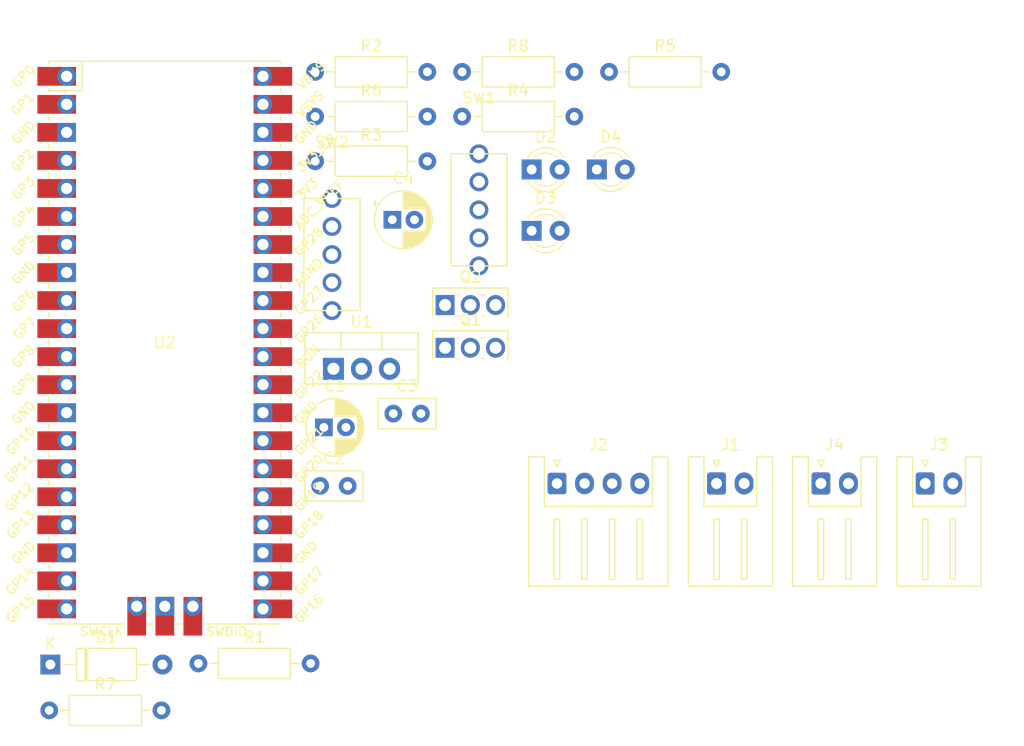
<source format=kicad_pcb>
(kicad_pcb (version 20211014) (generator pcbnew)
  (layers (0 "F.Cu" signal) (31 "B.Cu" signal) (34 "B.Paste" user) (35 "F.Paste" user) (36 "B.SilkS" user "B.Silkscreen") (37 "F.SilkS" user "F.Silkscreen") (38 "B.Mask" user) (39 "F.Mask" user) (44 "Edge.Cuts" user))
  (net 0 "")
  (net 1 "VM")
  (net 2 "GND")
  (net 3 "+5V")
  (net 4 "Net-(D1-Pad1)")
  (net 5 "Net-(D1-Pad2)")
  (net 6 "Net-(D2-Pad1)")
  (net 7 "Net-(D3-Pad1)")
  (net 8 "LED0")
  (net 9 "Net-(D4-Pad1)")
  (net 10 "LED1")
  (net 11 "Net-(Q1-Pad1)")
  (net 12 "+6V")
  (net 13 "Net-(Q2-Pad1)")
  (net 14 "switch0")
  (net 15 "switch1")
  (net 16 "Net-(R4-Pad1)")
  (net 17 "+3.3V")
  (net 20 "PWM_right_1")
  (net 21 "PWM_right_2")
  (net 22 "PWM_left_1")
  (net 23 "PWM_left_2")
  (net 41 "sesor_input0")
  (net 42 "sesor_input1")
  (net 48 "motor_right_1")
  (net 49 "motor_right_2")
  (net 50 "motor_left_1")
  (net 51 "motor_left_2")
  (footprint "RaspberryPi Pico:RPi_Pico_SMD_TH" (layer "F.Cu") (at 79.575225 73.595)
    (fp_text reference "U2" (at 0 0) (layer "F.SilkS"))
    (fp_text value "Pico")
    (fp_text user "GP5" (at -12.8 -8.89 45) (layer "F.SilkS") (effects (font (size 0.8 0.8))))
    (fp_text user "GND" (at 12.8 -19.05 45) (layer "F.SilkS") (effects (font (size 0.8 0.8))))
    (fp_text user "GP3" (at -12.8 -13.97 45) (layer "F.SilkS") (effects (font (size 0.8 0.8))))
    (fp_text user "GP26" (at 13.054 -1.27 45) (layer "F.SilkS") (effects (font (size 0.8 0.8))))
    (fp_text user "GND" (at -12.8 -19.05 45) (layer "F.SilkS") (effects (font (size 0.8 0.8))))
    (fp_text user "GP13" (at -13.054 16.51 45) (layer "F.SilkS") (effects (font (size 0.8 0.8))))
    (fp_text user "GP4" (at -12.8 -11.43 45) (layer "F.SilkS") (effects (font (size 0.8 0.8))))
    (fp_text user "GP14" (at -13.1 21.59 45) (layer "F.SilkS") (effects (font (size 0.8 0.8))))
    (fp_text user "GP12" (at -13.2 13.97 45) (layer "F.SilkS") (effects (font (size 0.8 0.8))))
    (fp_text user "GP0" (at -12.8 -24.13 45) (layer "F.SilkS") (effects (font (size 0.8 0.8))))
    (fp_text user "GP16" (at 13.054 24.13 45) (layer "F.SilkS") (effects (font (size 0.8 0.8))))
    (fp_text user "VBUS" (at 13.3 -24.2 45) (layer "F.SilkS") (effects (font (size 0.8 0.8))))
    (fp_text user "GP21" (at 13.054 8.9 45) (layer "F.SilkS") (effects (font (size 0.8 0.8))))
    (fp_text user "GND" (at -12.8 6.35 45) (layer "F.SilkS") (effects (font (size 0.8 0.8))))
    (fp_text user "GP8" (at -12.8 1.27 45) (layer "F.SilkS") (effects (font (size 0.8 0.8))))
    (fp_text user "VSYS" (at 13.2 -21.59 45) (layer "F.SilkS") (effects (font (size 0.8 0.8))))
    (fp_text user "GP10" (at -13.054 8.89 45) (layer "F.SilkS") (effects (font (size 0.8 0.8))))
    (fp_text user "GND" (at 12.8 19.05 45) (layer "F.SilkS") (effects (font (size 0.8 0.8))))
    (fp_text user "GND" (at 12.8 6.35 45) (layer "F.SilkS") (effects (font (size 0.8 0.8))))
    (fp_text user "SWDIO" (at 5.6 26.2) (layer "F.SilkS") (effects (font (size 0.8 0.8))))
    (fp_text user "GND" (at -12.8 19.05 45) (layer "F.SilkS") (effects (font (size 0.8 0.8))))
    (fp_text user "GP7" (at -12.7 -1.3 45) (layer "F.SilkS") (effects (font (size 0.8 0.8))))
    (fp_text user "GP9" (at -12.8 3.81 45) (layer "F.SilkS") (effects (font (size 0.8 0.8))))
    (fp_text user "GP28" (at 13.054 -9.144 45) (layer "F.SilkS") (effects (font (size 0.8 0.8))))
    (fp_text user "GP19" (at 13.054 13.97 45) (layer "F.SilkS") (effects (font (size 0.8 0.8))))
    (fp_text user "GP6" (at -12.8 -3.81 45) (layer "F.SilkS") (effects (font (size 0.8 0.8))))
    (fp_text user "3V3" (at 12.9 -13.9 45) (layer "F.SilkS") (effects (font (size 0.8 0.8))))
    (fp_text user "AGND" (at 13.054 -6.35 45) (layer "F.SilkS") (effects (font (size 0.8 0.8))))
    (fp_text user "GP11" (at -13.2 11.43 45) (layer "F.SilkS") (effects (font (size 0.8 0.8))))
    (fp_text user "GND" (at -12.8 -6.35 45) (layer "F.SilkS") (effects (font (size 0.8 0.8))))
    (fp_text user "3V3_EN" (at 13.7 -17.2 45) (layer "F.SilkS") (effects (font (size 0.8 0.8))))
    (fp_text user "GP18" (at 13.054 16.51 45) (layer "F.SilkS") (effects (font (size 0.8 0.8))))
    (fp_text user "RUN" (at 13 1.27 45) (layer "F.SilkS") (effects (font (size 0.8 0.8))))
    (fp_text user "GP15" (at -13.054 24.13 45) (layer "F.SilkS") (effects (font (size 0.8 0.8))))
    (fp_text user "GP22" (at 13.054 3.81 45) (layer "F.SilkS") (effects (font (size 0.8 0.8))))
    (fp_text user "GP27" (at 13.054 -3.8 45) (layer "F.SilkS") (effects (font (size 0.8 0.8))))
    (fp_text user "GP2" (at -12.9 -16.51 45) (layer "F.SilkS") (effects (font (size 0.8 0.8))))
    (fp_text user "GP17" (at 13.054 21.59 45) (layer "F.SilkS") (effects (font (size 0.8 0.8))))
    (fp_text user "SWCLK" (at -5.7 26.2) (layer "F.SilkS") (effects (font (size 0.8 0.8))))
    (fp_text user "GP20" (at 13.054 11.43 45) (layer "F.SilkS") (effects (font (size 0.8 0.8))))
    (fp_text user "ADC_VREF" (at 14 -12.5 45) (layer "F.SilkS") (effects (font (size 0.8 0.8))))
    (fp_text user "GP1" (at -12.9 -21.6 45) (layer "F.SilkS") (effects (font (size 0.8 0.8))))
    (pad "" np_thru_hole oval locked (at -2.725 -24) (size 1.8 1.8) (drill 1.8) (layers *.Cu *.Mask))
    (pad "" np_thru_hole oval locked (at 2.725 -24) (size 1.8 1.8) (drill 1.8) (layers *.Cu *.Mask))
    (pad "" np_thru_hole oval locked (at -2.425 -20.97) (size 1.5 1.5) (drill 1.5) (layers *.Cu *.Mask))
    (pad "" np_thru_hole oval locked (at 2.425 -20.97) (size 1.5 1.5) (drill 1.5) (layers *.Cu *.Mask))
    (pad "1" thru_hole oval locked (at -8.89 -24.13) (size 1.7 1.7) (drill 1.02) (layers *.Cu *.Mask) (net 20 "PWM_right_1"))
    (pad "1" smd rect locked (at -8.89 -24.13) (size 3.5 1.7) (drill (offset -0.9 0)) (layers "F.Cu" "F.Mask") (net 20 "PWM_right_1"))
    (pad "2" smd rect locked (at -8.89 -21.59) (size 3.5 1.7) (drill (offset -0.9 0)) (layers "F.Cu" "F.Mask") (net 21 "PWM_right_2"))
    (pad "2" thru_hole oval locked (at -8.89 -21.59) (size 1.7 1.7) (drill 1.02) (layers *.Cu *.Mask) (net 21 "PWM_right_2"))
    (pad "3" thru_hole rect locked (at -8.89 -19.05) (size 1.7 1.7) (drill 1.02) (layers *.Cu *.Mask) (net 2 "GND"))
    (pad "3" smd rect locked (at -8.89 -19.05) (size 3.5 1.7) (drill (offset -0.9 0)) (layers "F.Cu" "F.Mask") (net 2 "GND"))
    (pad "4" thru_hole oval locked (at -8.89 -16.51) (size 1.7 1.7) (drill 1.02) (layers *.Cu *.Mask) (net 22 "PWM_left_1"))
    (pad "4" smd rect locked (at -8.89 -16.51) (size 3.5 1.7) (drill (offset -0.9 0)) (layers "F.Cu" "F.Mask") (net 22 "PWM_left_1"))
    (pad "5" thru_hole oval locked (at -8.89 -13.97) (size 1.7 1.7) (drill 1.02) (layers *.Cu *.Mask) (net 23 "PWM_left_2"))
    (pad "5" smd rect locked (at -8.89 -13.97) (size 3.5 1.7) (drill (offset -0.9 0)) (layers "F.Cu" "F.Mask") (net 23 "PWM_left_2"))
    (pad "6" smd rect locked (at -8.89 -11.43) (size 3.5 1.7) (drill (offset -0.9 0)) (layers "F.Cu" "F.Mask"))
    (pad "6" thru_hole oval locked (at -8.89 -11.43) (size 1.7 1.7) (drill 1.02) (layers *.Cu *.Mask))
    (pad "7" thru_hole oval locked (at -8.89 -8.89) (size 1.7 1.7) (drill 1.02) (layers *.Cu *.Mask))
    (pad "7" smd rect locked (at -8.89 -8.89) (size 3.5 1.7) (drill (offset -0.9 0)) (layers "F.Cu" "F.Mask"))
    (pad "8" smd rect locked (at -8.89 -6.35) (size 3.5 1.7) (drill (offset -0.9 0)) (layers "F.Cu" "F.Mask") (net 2 "GND"))
    (pad "8" thru_hole rect locked (at -8.89 -6.35) (size 1.7 1.7) (drill 1.02) (layers *.Cu *.Mask) (net 2 "GND"))
    (pad "9" smd rect locked (at -8.89 -3.81) (size 3.5 1.7) (drill (offset -0.9 0)) (layers "F.Cu" "F.Mask"))
    (pad "9" thru_hole oval locked (at -8.89 -3.81) (size 1.7 1.7) (drill 1.02) (layers *.Cu *.Mask))
    (pad "10" thru_hole oval locked (at -8.89 -1.27) (size 1.7 1.7) (drill 1.02) (layers *.Cu *.Mask))
    (pad "10" smd rect locked (at -8.89 -1.27) (size 3.5 1.7) (drill (offset -0.9 0)) (layers "F.Cu" "F.Mask"))
    (pad "11" thru_hole oval locked (at -8.89 1.27) (size 1.7 1.7) (drill 1.02) (layers *.Cu *.Mask))
    (pad "11" smd rect locked (at -8.89 1.27) (size 3.5 1.7) (drill (offset -0.9 0)) (layers "F.Cu" "F.Mask"))
    (pad "12" thru_hole oval locked (at -8.89 3.81) (size 1.7 1.7) (drill 1.02) (layers *.Cu *.Mask))
    (pad "12" smd rect locked (at -8.89 3.81) (size 3.5 1.7) (drill (offset -0.9 0)) (layers "F.Cu" "F.Mask"))
    (pad "13" smd rect locked (at -8.89 6.35) (size 3.5 1.7) (drill (offset -0.9 0)) (layers "F.Cu" "F.Mask") (net 2 "GND"))
    (pad "13" thru_hole rect locked (at -8.89 6.35) (size 1.7 1.7) (drill 1.02) (layers *.Cu *.Mask) (net 2 "GND"))
    (pad "14" thru_hole oval locked (at -8.89 8.89) (size 1.7 1.7) (drill 1.02) (layers *.Cu *.Mask))
    (pad "14" smd rect locked (at -8.89 8.89) (size 3.5 1.7) (drill (offset -0.9 0)) (layers "F.Cu" "F.Mask"))
    (pad "15" smd rect locked (at -8.89 11.43) (size 3.5 1.7) (drill (offset -0.9 0)) (layers "F.Cu" "F.Mask"))
    (pad "15" thru_hole oval locked (at -8.89 11.43) (size 1.7 1.7) (drill 1.02) (layers *.Cu *.Mask))
    (pad "16" thru_hole oval locked (at -8.89 13.97) (size 1.7 1.7) (drill 1.02) (layers *.Cu *.Mask))
    (pad "16" smd rect locked (at -8.89 13.97) (size 3.5 1.7) (drill (offset -0.9 0)) (layers "F.Cu" "F.Mask"))
    (pad "17" smd rect locked (at -8.89 16.51) (size 3.5 1.7) (drill (offset -0.9 0)) (layers "F.Cu" "F.Mask"))
    (pad "17" thru_hole oval locked (at -8.89 16.51) (size 1.7 1.7) (drill 1.02) (layers *.Cu *.Mask))
    (pad "18" smd rect locked (at -8.89 19.05) (size 3.5 1.7) (drill (offset -0.9 0)) (layers "F.Cu" "F.Mask") (net 2 "GND"))
    (pad "18" thru_hole rect locked (at -8.89 19.05) (size 1.7 1.7) (drill 1.02) (layers *.Cu *.Mask) (net 2 "GND"))
    (pad "19" smd rect locked (at -8.89 21.59) (size 3.5 1.7) (drill (offset -0.9 0)) (layers "F.Cu" "F.Mask"))
    (pad "19" thru_hole oval locked (at -8.89 21.59) (size 1.7 1.7) (drill 1.02) (layers *.Cu *.Mask))
    (pad "20" smd rect locked (at -8.89 24.13) (size 3.5 1.7) (drill (offset -0.9 0)) (layers "F.Cu" "F.Mask"))
    (pad "20" thru_hole oval locked (at -8.89 24.13) (size 1.7 1.7) (drill 1.02) (layers *.Cu *.Mask))
    (pad "21" thru_hole oval locked (at 8.89 24.13) (size 1.7 1.7) (drill 1.02) (layers *.Cu *.Mask))
    (pad "21" smd rect locked (at 8.89 24.13) (size 3.5 1.7) (drill (offset 0.9 0)) (layers "F.Cu" "F.Mask"))
    (pad "22" thru_hole oval locked (at 8.89 21.59) (size 1.7 1.7) (drill 1.02) (layers *.Cu *.Mask))
    (pad "22" smd rect locked (at 8.89 21.59) (size 3.5 1.7) (drill (offset 0.9 0)) (layers "F.Cu" "F.Mask"))
    (pad "23" thru_hole rect locked (at 8.89 19.05) (size 1.7 1.7) (drill 1.02) (layers *.Cu *.Mask) (net 2 "GND"))
    (pad "23" smd rect locked (at 8.89 19.05) (size 3.5 1.7) (drill (offset 0.9 0)) (layers "F.Cu" "F.Mask") (net 2 "GND"))
    (pad "24" thru_hole oval locked (at 8.89 16.51) (size 1.7 1.7) (drill 1.02) (layers *.Cu *.Mask))
    (pad "24" smd rect locked (at 8.89 16.51) (size 3.5 1.7) (drill (offset 0.9 0)) (layers "F.Cu" "F.Mask"))
    (pad "25" thru_hole oval locked (at 8.89 13.97) (size 1.7 1.7) (drill 1.02) (layers *.Cu *.Mask))
    (pad "25" smd rect locked (at 8.89 13.97) (size 3.5 1.7) (drill (offset 0.9 0)) (layers "F.Cu" "F.Mask"))
    (pad "26" thru_hole oval locked (at 8.89 11.43) (size 1.7 1.7) (drill 1.02) (layers *.Cu *.Mask) (net 14 "switch0"))
    (pad "26" smd rect locked (at 8.89 11.43) (size 3.5 1.7) (drill (offset 0.9 0)) (layers "F.Cu" "F.Mask") (net 14 "switch0"))
    (pad "27" smd rect locked (at 8.89 8.89) (size 3.5 1.7) (drill (offset 0.9 0)) (layers "F.Cu" "F.Mask") (net 15 "switch1"))
    (pad "27" thru_hole oval locked (at 8.89 8.89) (size 1.7 1.7) (drill 1.02) (layers *.Cu *.Mask) (net 15 "switch1"))
    (pad "28" thru_hole rect locked (at 8.89 6.35) (size 1.7 1.7) (drill 1.02) (layers *.Cu *.Mask) (net 2 "GND"))
    (pad "28" smd rect locked (at 8.89 6.35) (size 3.5 1.7) (drill (offset 0.9 0)) (layers "F.Cu" "F.Mask") (net 2 "GND"))
    (pad "29" thru_hole oval locked (at 8.89 3.81) (size 1.7 1.7) (drill 1.02) (layers *.Cu *.Mask) (net 8 "LED0"))
    (pad "29" smd rect locked (at 8.89 3.81) (size 3.5 1.7) (drill (offset 0.9 0)) (layers "F.Cu" "F.Mask") (net 8 "LED0"))
    (pad "30" thru_hole oval locked (at 8.89 1.27) (size 1.7 1.7) (drill 1.02) (layers *.Cu *.Mask))
    (pad "30" smd rect locked (at 8.89 1.27) (size 3.5 1.7) (drill (offset 0.9 0)) (layers "F.Cu" "F.Mask"))
    (pad "31" thru_hole oval locked (at 8.89 -1.27) (size 1.7 1.7) (drill 1.02) (layers *.Cu *.Mask) (net 41 "sesor_input0"))
    (pad "31" smd rect locked (at 8.89 -1.27) (size 3.5 1.7) (drill (offset 0.9 0)) (layers "F.Cu" "F.Mask") (net 41 "sesor_input0"))
    (pad "32" smd rect locked (at 8.89 -3.81) (size 3.5 1.7) (drill (offset 0.9 0)) (layers "F.Cu" "F.Mask") (net 42 "sesor_input1"))
    (pad "32" thru_hole oval locked (at 8.89 -3.81) (size 1.7 1.7) (drill 1.02) (layers *.Cu *.Mask) (net 42 "sesor_input1"))
    (pad "33" smd rect locked (at 8.89 -6.35) (size 3.5 1.7) (drill (offset 0.9 0)) (layers "F.Cu" "F.Mask") (net 2 "GND"))
    (pad "33" thru_hole rect locked (at 8.89 -6.35) (size 1.7 1.7) (drill 1.02) (layers *.Cu *.Mask) (net 2 "GND"))
    (pad "34" smd rect locked (at 8.89 -8.89) (size 3.5 1.7) (drill (offset 0.9 0)) (layers "F.Cu" "F.Mask") (net 10 "LED1"))
    (pad "34" thru_hole oval locked (at 8.89 -8.89) (size 1.7 1.7) (drill 1.02) (layers *.Cu *.Mask) (net 10 "LED1"))
    (pad "35" smd rect locked (at 8.89 -11.43) (size 3.5 1.7) (drill (offset 0.9 0)) (layers "F.Cu" "F.Mask"))
    (pad "35" thru_hole oval locked (at 8.89 -11.43) (size 1.7 1.7) (drill 1.02) (layers *.Cu *.Mask))
    (pad "36" thru_hole oval locked (at 8.89 -13.97) (size 1.7 1.7) (drill 1.02) (layers *.Cu *.Mask) (net 17 "+3.3V"))
    (pad "36" smd rect locked (at 8.89 -13.97) (size 3.5 1.7) (drill (offset 0.9 0)) (layers "F.Cu" "F.Mask") (net 17 "+3.3V"))
    (pad "37" thru_hole oval locked (at 8.89 -16.51) (size 1.7 1.7) (drill 1.02) (layers *.Cu *.Mask))
    (pad "37" smd rect locked (at 8.89 -16.51) (size 3.5 1.7) (drill (offset 0.9 0)) (layers "F.Cu" "F.Mask"))
    (pad "38" smd rect locked (at 8.89 -19.05) (size 3.5 1.7) (drill (offset 0.9 0)) (layers "F.Cu" "F.Mask") (net 2 "GND"))
    (pad "38" thru_hole rect locked (at 8.89 -19.05) (size 1.7 1.7) (drill 1.02) (layers *.Cu *.Mask) (net 2 "GND"))
    (pad "39" thru_hole oval locked (at 8.89 -21.59) (size 1.7 1.7) (drill 1.02) (layers *.Cu *.Mask) (net 4 "Net-(D1-Pad1)"))
    (pad "39" smd rect locked (at 8.89 -21.59) (size 3.5 1.7) (drill (offset 0.9 0)) (layers "F.Cu" "F.Mask") (net 4 "Net-(D1-Pad1)"))
    (pad "40" smd rect locked (at 8.89 -24.13) (size 3.5 1.7) (drill (offset 0.9 0)) (layers "F.Cu" "F.Mask") (net 16 "Net-(R4-Pad1)"))
    (pad "40" thru_hole oval locked (at 8.89 -24.13) (size 1.7 1.7) (drill 1.02) (layers *.Cu *.Mask) (net 16 "Net-(R4-Pad1)"))
    (pad "41" thru_hole oval locked (at -2.54 23.9) (size 1.7 1.7) (drill 1.02) (layers *.Cu *.Mask))
    (pad "41" smd rect locked (at -2.54 23.9 90) (size 3.5 1.7) (drill (offset -0.9 0)) (layers "F.Cu" "F.Mask"))
    (pad "42" thru_hole rect locked (at 0 23.9) (size 1.7 1.7) (drill 1.02) (layers *.Cu *.Mask))
    (pad "42" smd rect locked (at 0 23.9 90) (size 3.5 1.7) (drill (offset -0.9 0)) (layers "F.Cu" "F.Mask"))
    (pad "43" smd rect locked (at 2.54 23.9 90) (size 3.5 1.7) (drill (offset -0.9 0)) (layers "F.Cu" "F.Mask"))
    (pad "43" thru_hole oval locked (at 2.54 23.9) (size 1.7 1.7) (drill 1.02) (layers *.Cu *.Mask))
  )
  (footprint "Resistor_THT:R_Axial_DIN0207_L6.3mm_D2.5mm_P10.16mm_Horizontal" (layer "F.Cu") (at 93.190225 57.16)
    (fp_text reference "R3" (at 5.08 -2.37) (layer "F.SilkS"))
    (fp_text value "10k")
    (pad "1" thru_hole circle (at 0 0) (size 1.6 1.6) (drill 0.8) (layers *.Cu *.Mask) (net 2 "GND"))
    (pad "2" thru_hole oval (at 10.16 0) (size 1.6 1.6) (drill 0.8) (layers *.Cu *.Mask) (net 15 "switch1"))
  )
  (footprint "Resistor_THT:R_Axial_DIN0207_L6.3mm_D2.5mm_P10.16mm_Horizontal" (layer "F.Cu") (at 106.500225 53.11)
    (fp_text reference "R4" (at 5.08 -2.37) (layer "F.SilkS"))
    (fp_text value "1k")
    (pad "1" thru_hole circle (at 0 0) (size 1.6 1.6) (drill 0.8) (layers *.Cu *.Mask) (net 16 "Net-(R4-Pad1)"))
    (pad "2" thru_hole oval (at 10.16 0) (size 1.6 1.6) (drill 0.8) (layers *.Cu *.Mask) (net 13 "Net-(Q2-Pad1)"))
  )
  (footprint "LED_THT:LED_D3.0mm" (layer "F.Cu") (at 118.700225 57.91)
    (fp_text reference "D4" (at 1.27 -2.96) (layer "F.SilkS"))
    (fp_text value "LED")
    (pad "1" thru_hole rect (at 0 0) (size 1.8 1.8) (drill 0.9) (layers *.Cu *.Mask) (net 9 "Net-(D4-Pad1)"))
    (pad "2" thru_hole circle (at 2.54 0) (size 1.8 1.8) (drill 0.9) (layers *.Cu *.Mask) (net 10 "LED1"))
  )
  (footprint "Resistor_THT:R_Axial_DIN0207_L6.3mm_D2.5mm_P10.16mm_Horizontal" (layer "F.Cu") (at 93.190225 49.06)
    (fp_text reference "R2" (at 5.08 -2.37) (layer "F.SilkS"))
    (fp_text value "10k")
    (pad "1" thru_hole circle (at 0 0) (size 1.6 1.6) (drill 0.8) (layers *.Cu *.Mask) (net 2 "GND"))
    (pad "2" thru_hole oval (at 10.16 0) (size 1.6 1.6) (drill 0.8) (layers *.Cu *.Mask) (net 14 "switch0"))
  )
  (footprint "Capacitor_THT:CP_Radial_D5.0mm_P2.00mm" (layer "F.Cu") (at 93.98 81.28)
    (fp_text reference "C1" (at 1 -3.75) (layer "F.SilkS"))
    (fp_text value "100u")
    (pad "1" thru_hole rect (at 0 0) (size 1.6 1.6) (drill 0.8) (layers *.Cu *.Mask) (net 1 "VM"))
    (pad "2" thru_hole circle (at 2 0) (size 1.6 1.6) (drill 0.8) (layers *.Cu *.Mask) (net 2 "GND"))
  )
  (footprint "Resistor_THT:R_Axial_DIN0207_L6.3mm_D2.5mm_P10.16mm_Horizontal" (layer "F.Cu") (at 69.110225 106.92)
    (fp_text reference "R7" (at 5.08 -2.37) (layer "F.SilkS"))
    (fp_text value "1k")
    (pad "1" thru_hole circle (at 0 0) (size 1.6 1.6) (drill 0.8) (layers *.Cu *.Mask) (net 2 "GND"))
    (pad "2" thru_hole oval (at 10.16 0) (size 1.6 1.6) (drill 0.8) (layers *.Cu *.Mask) (net 7 "Net-(D3-Pad1)"))
  )
  (footprint "toggle_switch:3P_SPDT_5Pin_ToggleSwitch" (layer "F.Cu") (at 94.715225 65.615)
    (fp_text reference "SW2" (at 0 -10.16 unlocked) (layer "F.SilkS"))
    (fp_text value "SW_SPDT")
    (pad "1" thru_hole circle (at 0 -2.54) (size 1.7 1.7) (drill 1.1) (layers *.Cu *.Mask) (net 2 "GND"))
    (pad "2" thru_hole circle (at 0 0) (size 1.7 1.7) (drill 1.1) (layers *.Cu *.Mask) (net 17 "+3.3V"))
    (pad "3" thru_hole circle (at 0 2.54) (size 1.7 1.7) (drill 1.1) (layers *.Cu *.Mask))
    (pad "4" thru_hole circle (at 0 -5.08) (size 1.7 1.7) (drill 1.1) (layers *.Cu *.Mask))
    (pad "5" thru_hole circle (at 0 5.08) (size 1.7 1.7) (drill 1.1) (layers *.Cu *.Mask))
  )
  (footprint "Resistor_THT:R_Axial_DIN0207_L6.3mm_D2.5mm_P10.16mm_Horizontal" (layer "F.Cu") (at 93.190225 53.11)
    (fp_text reference "R6" (at 5.08 -2.37) (layer "F.SilkS"))
    (fp_text value "1k")
    (pad "1" thru_hole circle (at 0 0) (size 1.6 1.6) (drill 0.8) (layers *.Cu *.Mask) (net 2 "GND"))
    (pad "2" thru_hole oval (at 10.16 0) (size 1.6 1.6) (drill 0.8) (layers *.Cu *.Mask) (net 6 "Net-(D2-Pad1)"))
  )
  (footprint "Package_TO_SOT_THT:SIPAK_Vertical" (layer "F.Cu") (at 104.960225 70.19)
    (fp_text reference "Q2" (at 2.286 -2.54) (layer "F.SilkS"))
    (fp_text value "Q_PMOS_GDS")
    (pad "1" thru_hole rect (at 0 0) (size 1.7145 1.8) (drill 1.1) (layers *.Cu *.Mask) (net 13 "Net-(Q2-Pad1)"))
    (pad "2" thru_hole oval (at 2.286 0) (size 1.7145 1.8) (drill 1.1) (layers *.Cu *.Mask) (net 5 "Net-(D1-Pad2)"))
    (pad "3" thru_hole oval (at 4.572 0) (size 1.7145 1.8) (drill 1.1) (layers *.Cu *.Mask) (net 3 "+5V"))
  )
  (footprint "Resistor_THT:R_Axial_DIN0207_L6.3mm_D2.5mm_P10.16mm_Horizontal" (layer "F.Cu") (at 82.620225 102.67)
    (fp_text reference "R1" (at 5.08 -2.37) (layer "F.SilkS"))
    (fp_text value "1k")
    (pad "1" thru_hole circle (at 0 0) (size 1.6 1.6) (drill 0.8) (layers *.Cu *.Mask) (net 2 "GND"))
    (pad "2" thru_hole oval (at 10.16 0) (size 1.6 1.6) (drill 0.8) (layers *.Cu *.Mask) (net 11 "Net-(Q1-Pad1)"))
  )
  (footprint "Package_TO_SOT_THT:SIPAK_Vertical" (layer "F.Cu") (at 104.960225 74.06)
    (fp_text reference "Q1" (at 2.286 -2.54) (layer "F.SilkS"))
    (fp_text value "Q_PMOS_GDS")
    (pad "1" thru_hole rect (at 0 0) (size 1.7145 1.8) (drill 1.1) (layers *.Cu *.Mask) (net 11 "Net-(Q1-Pad1)"))
    (pad "2" thru_hole oval (at 2.286 0) (size 1.7145 1.8) (drill 1.1) (layers *.Cu *.Mask) (net 12 "+6V"))
    (pad "3" thru_hole oval (at 4.572 0) (size 1.7145 1.8) (drill 1.1) (layers *.Cu *.Mask) (net 1 "VM"))
  )
  (footprint "Connector_JST:JST_XH_S2B-XH-A_1x02_P2.50mm_Horizontal" (layer "F.Cu") (at 138.99 86.36)
    (fp_text reference "J4" (at 1.25 -3.5) (layer "F.SilkS"))
    (fp_text value "Conn_01x02_Female")
    (pad "1" thru_hole roundrect (at 0 0) (size 1.7 2) (drill 1) (layers *.Cu *.Mask) (roundrect_rratio 0.147059) (net 50 "motor_left_1"))
    (pad "2" thru_hole oval (at 2.5 0) (size 1.7 2) (drill 1) (layers *.Cu *.Mask) (net 51 "motor_left_2"))
  )
  (footprint "Resistor_THT:R_Axial_DIN0207_L6.3mm_D2.5mm_P10.16mm_Horizontal" (layer "F.Cu") (at 106.500225 49.06)
    (fp_text reference "R8" (at 5.08 -2.37) (layer "F.SilkS"))
    (fp_text value "1k")
    (pad "1" thru_hole circle (at 0 0) (size 1.6 1.6) (drill 0.8) (layers *.Cu *.Mask) (net 2 "GND"))
    (pad "2" thru_hole oval (at 10.16 0) (size 1.6 1.6) (drill 0.8) (layers *.Cu *.Mask) (net 9 "Net-(D4-Pad1)"))
  )
  (footprint "Connector_JST:JST_XH_S4B-XH-A_1x04_P2.50mm_Horizontal" (layer "F.Cu") (at 115.09 86.36)
    (fp_text reference "J2" (at 3.75 -3.5) (layer "F.SilkS"))
    (fp_text value "Conn_01x04_Female")
    (pad "1" thru_hole roundrect (at 0 0) (size 1.7 1.95) (drill 0.95) (layers *.Cu *.Mask) (roundrect_rratio 0.147059) (net 2 "GND"))
    (pad "2" thru_hole oval (at 2.5 0) (size 1.7 1.95) (drill 0.95) (layers *.Cu *.Mask) (net 17 "+3.3V"))
    (pad "3" thru_hole oval (at 5 0) (size 1.7 1.95) (drill 0.95) (layers *.Cu *.Mask) (net 41 "sesor_input0"))
    (pad "4" thru_hole oval (at 7.5 0) (size 1.7 1.95) (drill 0.95) (layers *.Cu *.Mask) (net 42 "sesor_input1"))
  )
  (footprint "Capacitor_THT:CP_Radial_D5.0mm_P2.00mm" (layer "F.Cu") (at 100.18 62.46)
    (fp_text reference "C4" (at 1 -3.75) (layer "F.SilkS"))
    (fp_text value "100u")
    (pad "1" thru_hole rect (at 0 0) (size 1.6 1.6) (drill 0.8) (layers *.Cu *.Mask) (net 3 "+5V"))
    (pad "2" thru_hole circle (at 2 0) (size 1.6 1.6) (drill 0.8) (layers *.Cu *.Mask) (net 2 "GND"))
  )
  (footprint "Diode_THT:D_A-405_P10.16mm_Horizontal" (layer "F.Cu") (at 69.210225 102.77)
    (fp_text reference "D1" (at 5.08 -2.47) (layer "F.SilkS"))
    (fp_text value "D")
    (fp_text user "K" (at 0 -1.9) (layer "F.SilkS"))
    (pad "1" thru_hole rect (at 0 0) (size 1.8 1.8) (drill 0.9) (layers *.Cu *.Mask) (net 4 "Net-(D1-Pad1)"))
    (pad "2" thru_hole oval (at 10.16 0) (size 1.8 1.8) (drill 0.9) (layers *.Cu *.Mask) (net 5 "Net-(D1-Pad2)"))
  )
  (footprint "Resistor_THT:R_Axial_DIN0207_L6.3mm_D2.5mm_P10.16mm_Horizontal" (layer "F.Cu") (at 119.810225 49.06)
    (fp_text reference "R5" (at 5.08 -2.37) (layer "F.SilkS"))
    (fp_text value "10k")
    (pad "1" thru_hole circle (at 0 0) (size 1.6 1.6) (drill 0.8) (layers *.Cu *.Mask) (net 3 "+5V"))
    (pad "2" thru_hole oval (at 10.16 0) (size 1.6 1.6) (drill 0.8) (layers *.Cu *.Mask) (net 13 "Net-(Q2-Pad1)"))
  )
  (footprint "Connector_JST:JST_XH_S2B-XH-A_1x02_P2.50mm_Horizontal" (layer "F.Cu") (at 129.54 86.36)
    (fp_text reference "J1" (at 1.25 -3.5) (layer "F.SilkS"))
    (fp_text value "Conn_01x02_Female")
    (pad "1" thru_hole roundrect (at 0 0) (size 1.7 2) (drill 1) (layers *.Cu *.Mask) (roundrect_rratio 0.147059) (net 2 "GND"))
    (pad "2" thru_hole oval (at 2.5 0) (size 1.7 2) (drill 1) (layers *.Cu *.Mask) (net 12 "+6V"))
  )
  (footprint "toggle_switch:3P_SPDT_5Pin_ToggleSwitch" (layer "F.Cu") (at 108.025225 61.565)
    (fp_text reference "SW1" (at 0 -10.16 unlocked) (layer "F.SilkS"))
    (fp_text value "SW_SPDT")
    (pad "1" thru_hole circle (at 0 -2.54) (size 1.7 1.7) (drill 1.1) (layers *.Cu *.Mask) (net 2 "GND"))
    (pad "2" thru_hole circle (at 0 0) (size 1.7 1.7) (drill 1.1) (layers *.Cu *.Mask) (net 17 "+3.3V"))
    (pad "3" thru_hole circle (at 0 2.54) (size 1.7 1.7) (drill 1.1) (layers *.Cu *.Mask))
    (pad "4" thru_hole circle (at 0 -5.08) (size 1.7 1.7) (drill 1.1) (layers *.Cu *.Mask))
    (pad "5" thru_hole circle (at 0 5.08) (size 1.7 1.7) (drill 1.1) (layers *.Cu *.Mask))
  )
  (footprint "LED_THT:LED_D3.0mm" (layer "F.Cu") (at 112.800225 63.46)
    (fp_text reference "D3" (at 1.27 -2.96) (layer "F.SilkS"))
    (fp_text value "LED")
    (pad "1" thru_hole rect (at 0 0) (size 1.8 1.8) (drill 0.9) (layers *.Cu *.Mask) (net 7 "Net-(D3-Pad1)"))
    (pad "2" thru_hole circle (at 2.54 0) (size 1.8 1.8) (drill 0.9) (layers *.Cu *.Mask) (net 8 "LED0"))
  )
  (footprint "Connector_JST:JST_XH_S2B-XH-A_1x02_P2.50mm_Horizontal" (layer "F.Cu") (at 148.44 86.36)
    (fp_text reference "J3" (at 1.25 -3.5) (layer "F.SilkS"))
    (fp_text value "Conn_01x02_Female")
    (pad "1" thru_hole roundrect (at 0 0) (size 1.7 2) (drill 1) (layers *.Cu *.Mask) (roundrect_rratio 0.147059) (net 48 "motor_right_1"))
    (pad "2" thru_hole oval (at 2.5 0) (size 1.7 2) (drill 1) (layers *.Cu *.Mask) (net 49 "motor_right_2"))
  )
  (footprint "Package_TO_SOT_THT:TO-220-3_Vertical" (layer "F.Cu") (at 94.850225 75.97)
    (fp_text reference "U1" (at 2.54 -4.27) (layer "F.SilkS"))
    (fp_text value "LM7805_TO220")
    (pad "1" thru_hole rect (at 0 0) (size 1.905 2) (drill 1.1) (layers *.Cu *.Mask) (net 1 "VM"))
    (pad "2" thru_hole oval (at 2.54 0) (size 1.905 2) (drill 1.1) (layers *.Cu *.Mask) (net 2 "GND"))
    (pad "3" thru_hole oval (at 5.08 0) (size 1.905 2) (drill 1.1) (layers *.Cu *.Mask) (net 3 "+5V"))
  )
  (footprint "Capacitor_THT:C_Disc_D5.0mm_W2.5mm_P2.50mm" (layer "F.Cu") (at 100.270225 80.03)
    (fp_text reference "C3" (at 1.25 -2.5) (layer "F.SilkS"))
    (fp_text value "0.1u")
    (pad "1" thru_hole circle (at 0 0) (size 1.6 1.6) (drill 0.8) (layers *.Cu *.Mask) (net 3 "+5V"))
    (pad "2" thru_hole circle (at 2.5 0) (size 1.6 1.6) (drill 0.8) (layers *.Cu *.Mask) (net 2 "GND"))
  )
  (footprint "LED_THT:LED_D3.0mm" (layer "F.Cu") (at 112.800225 57.91)
    (fp_text reference "D2" (at 1.27 -2.96) (layer "F.SilkS"))
    (fp_text value "LED")
    (pad "1" thru_hole rect (at 0 0) (size 1.8 1.8) (drill 0.9) (layers *.Cu *.Mask) (net 6 "Net-(D2-Pad1)"))
    (pad "2" thru_hole circle (at 2.54 0) (size 1.8 1.8) (drill 0.9) (layers *.Cu *.Mask) (net 5 "Net-(D1-Pad2)"))
  )
  (footprint "Capacitor_THT:C_Disc_D5.0mm_W2.5mm_P2.50mm" (layer "F.Cu") (at 93.640225 86.58)
    (fp_text reference "C2" (at 1.25 -2.5) (layer "F.SilkS"))
    (fp_text value "0.1u")
    (pad "1" thru_hole circle (at 0 0) (size 1.6 1.6) (drill 0.8) (layers *.Cu *.Mask) (net 1 "VM"))
    (pad "2" thru_hole circle (at 2.5 0) (size 1.6 1.6) (drill 0.8) (layers *.Cu *.Mask) (net 2 "GND"))
  )
)
</source>
